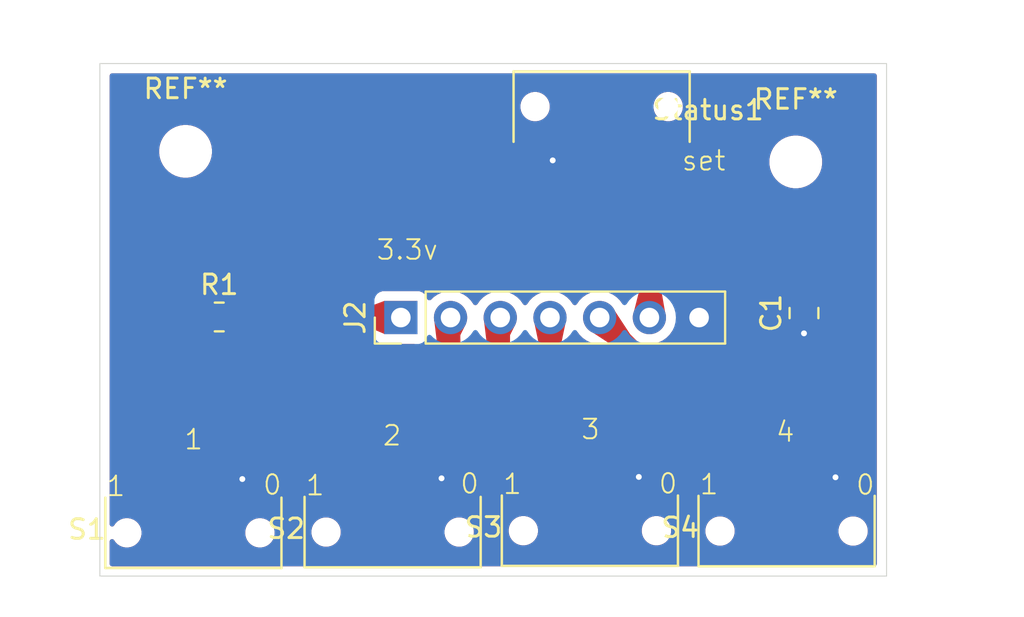
<source format=kicad_pcb>
(kicad_pcb (version 20240108) (generator "pcbnew") (generator_version "8.0")
  (layers (0 "F.Cu" signal) (31 "B.Cu" signal) (34 "B.Paste" user) (35 "F.Paste" user) (36 "B.SilkS" user "B.Silkscreen") (37 "F.SilkS" user "F.Silkscreen") (38 "B.Mask" user) (39 "F.Mask" user) (44 "Edge.Cuts" user))
  (net 0 "")
  (net 1 "Net-(J2-Pin_1)")
  (net 2 "Net-(J2-Pin_2)")
  (net 3 "Net-(J2-Pin_6)")
  (net 4 "Net-(J2-Pin_4)")
  (net 5 "Net-(J2-Pin_5)")
  (net 6 "Net-(J2-Pin_3)")
  (net 7 "GND")
  (net 8 "/3.3v")
  (footprint "MountingHole:MountingHole_2.2mm_M2" (layer "F.Cu") (at 127.67 60.76)
    (property "Reference" "REF**" (at 0 -3.2 0) (layer "F.SilkS"))
    (property "Value" "MountingHole_2.2mm_M2")
    (pad "" np_thru_hole circle (at 0 0) (size 2.2 2.2) (drill 2.2) (layers "*.Cu" "*.Mask"))
  )
  (footprint "Capacitor_SMD:C_0805_2012Metric_Pad1.18x1.45mm_HandSolder" (layer "F.Cu") (at 128.09 68.49 90)
    (property "Reference" "C1" (at 0 -1.68 90) (layer "F.SilkS"))
    (property "Value" "0.1μF")
    (fp_line (start -0.261252 -0.735) (end 0.261252 -0.735) (stroke (width 0.12)) (layer "F.SilkS"))
    (fp_line (start -0.261252 0.735) (end 0.261252 0.735) (stroke (width 0.12)) (layer "F.SilkS"))
    (pad "1" smd roundrect (at -1.0375 0 90) (size 1.175 1.45) (layers "F.Cu" "F.Paste" "F.Mask") (roundrect_rratio 0.212766) (net 7 "GND"))
    (pad "2" smd roundrect (at 1.0375 0 90) (size 1.175 1.45) (layers "F.Cu" "F.Paste" "F.Mask") (roundrect_rratio 0.212766) (net 8 "/3.3v"))
  )
  (footprint "Resistor_SMD:R_0805_2012Metric_Pad1.20x1.40mm_HandSolder" (layer "F.Cu") (at 98.21 68.69)
    (property "Reference" "R1" (at 0 -1.65 0) (layer "F.SilkS"))
    (property "Value" "2.2k")
    (fp_line (start -0.227064 -0.735) (end 0.227064 -0.735) (stroke (width 0.12)) (layer "F.SilkS"))
    (fp_line (start -0.227064 0.735) (end 0.227064 0.735) (stroke (width 0.12)) (layer "F.SilkS"))
    (pad "1" smd roundrect (at -1 0) (size 1.2 1.4) (layers "F.Cu" "F.Paste" "F.Mask") (roundrect_rratio 0.208333) (net 8 "/3.3v"))
    (pad "2" smd roundrect (at 1 0) (size 1.2 1.4) (layers "F.Cu" "F.Paste" "F.Mask") (roundrect_rratio 0.208333) (net 1 "Net-(J2-Pin_1)"))
  )
  (footprint "JS102011SAQN:SW_JS102011SAQN" (layer "F.Cu") (at 117.75 57.93175 180)
    (property "Reference" "Status1" (at -5.438995 -0.175125 0) (layer "F.SilkS") (effects (font (size 1.000732 1.000732))))
    (property "Value" "JS102011SAQN")
    (fp_line (start 4.5 -1.8) (end 4.5 1.8) (stroke (width 0.127)) (layer "F.SilkS"))
    (fp_line (start -4.5 1.8) (end 4.5 1.8) (stroke (width 0.127)) (layer "F.SilkS"))
    (fp_line (start -4.5 -1.8) (end -4.5 1.8) (stroke (width 0.127)) (layer "F.SilkS"))
    (pad "" np_thru_hole circle (at -3.4 0 180) (size 1 1) (drill 1) (layers "*.Cu" "*.Mask"))
    (pad "" np_thru_hole circle (at 3.4 0 180) (size 1 1) (drill 1) (layers "*.Cu" "*.Mask"))
    (pad "1" smd rect (at -2.5 -2.75 180) (size 1.2 2.5) (layers "F.Cu" "F.Paste" "F.Mask") (net 3 "Net-(J2-Pin_6)"))
    (pad "2" smd rect (at 0 -2.75 180) (size 1.2 2.5) (layers "F.Cu" "F.Paste" "F.Mask") (net 8 "/3.3v"))
    (pad "3" smd rect (at 2.5 -2.75 180) (size 1.2 2.5) (layers "F.Cu" "F.Paste" "F.Mask") (net 7 "GND"))
  )
  (footprint "JS102011SAQN:SW_JS102011SAQN" (layer "F.Cu") (at 107.07 79.69)
    (property "Reference" "S2" (at -5.438995 -0.175125 180) (layer "F.SilkS") (effects (font (size 1.000732 1.000732))))
    (property "Value" "JS102011SAQN")
    (fp_line (start -4.5 -1.8) (end -4.5 1.8) (stroke (width 0.127)) (layer "F.SilkS"))
    (fp_line (start -4.5 1.8) (end 4.5 1.8) (stroke (width 0.127)) (layer "F.SilkS"))
    (fp_line (start 4.5 -1.8) (end 4.5 1.8) (stroke (width 0.127)) (layer "F.SilkS"))
    (pad "" np_thru_hole circle (at -3.4 0) (size 1 1) (drill 1) (layers "*.Cu" "*.Mask"))
    (pad "" np_thru_hole circle (at 3.4 0) (size 1 1) (drill 1) (layers "*.Cu" "*.Mask"))
    (pad "1" smd rect (at -2.5 -2.75) (size 1.2 2.5) (layers "F.Cu" "F.Paste" "F.Mask") (net 6 "Net-(J2-Pin_3)"))
    (pad "2" smd rect (at 0 -2.75) (size 1.2 2.5) (layers "F.Cu" "F.Paste" "F.Mask") (net 8 "/3.3v"))
    (pad "3" smd rect (at 2.5 -2.75) (size 1.2 2.5) (layers "F.Cu" "F.Paste" "F.Mask") (net 7 "GND"))
  )
  (footprint "JS102011SAQN:SW_JS102011SAQN" (layer "F.Cu") (at 96.89 79.72825)
    (property "Reference" "S1" (at -5.438995 -0.175125 180) (layer "F.SilkS") (effects (font (size 1.000732 1.000732))))
    (property "Value" "JS102011SAQN")
    (fp_line (start -4.5 -1.8) (end -4.5 1.8) (stroke (width 0.127)) (layer "F.SilkS"))
    (fp_line (start -4.5 1.8) (end 4.5 1.8) (stroke (width 0.127)) (layer "F.SilkS"))
    (fp_line (start 4.5 -1.8) (end 4.5 1.8) (stroke (width 0.127)) (layer "F.SilkS"))
    (pad "" np_thru_hole circle (at -3.4 0) (size 1 1) (drill 1) (layers "*.Cu" "*.Mask"))
    (pad "" np_thru_hole circle (at 3.4 0) (size 1 1) (drill 1) (layers "*.Cu" "*.Mask"))
    (pad "1" smd rect (at -2.5 -2.75) (size 1.2 2.5) (layers "F.Cu" "F.Paste" "F.Mask") (net 2 "Net-(J2-Pin_2)"))
    (pad "2" smd rect (at 0 -2.75) (size 1.2 2.5) (layers "F.Cu" "F.Paste" "F.Mask") (net 8 "/3.3v"))
    (pad "3" smd rect (at 2.5 -2.75) (size 1.2 2.5) (layers "F.Cu" "F.Paste" "F.Mask") (net 7 "GND"))
  )
  (footprint "MountingHole:MountingHole_2.2mm_M2" (layer "F.Cu") (at 96.49 60.22)
    (property "Reference" "REF**" (at 0 -3.2 0) (layer "F.SilkS"))
    (property "Value" "MountingHole_2.2mm_M2")
    (pad "" np_thru_hole circle (at 0 0) (size 2.2 2.2) (drill 2.2) (layers "*.Cu" "*.Mask"))
  )
  (footprint "JS102011SAQN:SW_JS102011SAQN" (layer "F.Cu") (at 127.2 79.63825)
    (property "Reference" "S4" (at -5.438995 -0.175125 180) (layer "F.SilkS") (effects (font (size 1.000732 1.000732))))
    (property "Value" "JS102011SAQN")
    (fp_line (start -4.5 -1.8) (end -4.5 1.8) (stroke (width 0.127)) (layer "F.SilkS"))
    (fp_line (start -4.5 1.8) (end 4.5 1.8) (stroke (width 0.127)) (layer "F.SilkS"))
    (fp_line (start 4.5 -1.8) (end 4.5 1.8) (stroke (width 0.127)) (layer "F.SilkS"))
    (pad "" np_thru_hole circle (at -3.4 0) (size 1 1) (drill 1) (layers "*.Cu" "*.Mask"))
    (pad "" np_thru_hole circle (at 3.4 0) (size 1 1) (drill 1) (layers "*.Cu" "*.Mask"))
    (pad "1" smd rect (at -2.5 -2.75) (size 1.2 2.5) (layers "F.Cu" "F.Paste" "F.Mask") (net 5 "Net-(J2-Pin_5)"))
    (pad "2" smd rect (at 0 -2.75) (size 1.2 2.5) (layers "F.Cu" "F.Paste" "F.Mask") (net 8 "/3.3v"))
    (pad "3" smd rect (at 2.5 -2.75) (size 1.2 2.5) (layers "F.Cu" "F.Paste" "F.Mask") (net 7 "GND"))
  )
  (footprint "Connector_PinHeader_2.54mm:PinHeader_1x07_P2.54mm_Vertical" (layer "F.Cu") (at 107.49 68.72 90)
    (property "Reference" "J2" (at 0 -2.33 90) (layer "F.SilkS"))
    (property "Value" "Conn_01x07")
    (fp_line (start -1.33 -1.33) (end 0 -1.33) (stroke (width 0.12)) (layer "F.SilkS"))
    (fp_line (start -1.33 0) (end -1.33 -1.33) (stroke (width 0.12)) (layer "F.SilkS"))
    (fp_line (start 1.33 1.27) (end 1.33 16.57) (stroke (width 0.12)) (layer "F.SilkS"))
    (fp_line (start -1.33 1.27) (end 1.33 1.27) (stroke (width 0.12)) (layer "F.SilkS"))
    (fp_line (start -1.33 1.27) (end -1.33 16.57) (stroke (width 0.12)) (layer "F.SilkS"))
    (fp_line (start -1.33 16.57) (end 1.33 16.57) (stroke (width 0.12)) (layer "F.SilkS"))
    (pad "1" thru_hole rect (at 0 0 90) (size 1.7 1.7) (drill 1) (layers "*.Cu" "*.Mask") (net 1 "Net-(J2-Pin_1)"))
    (pad "2" thru_hole oval (at 0 2.54 90) (size 1.7 1.7) (drill 1) (layers "*.Cu" "*.Mask") (net 2 "Net-(J2-Pin_2)"))
    (pad "3" thru_hole oval (at 0 5.08 90) (size 1.7 1.7) (drill 1) (layers "*.Cu" "*.Mask") (net 6 "Net-(J2-Pin_3)"))
    (pad "4" thru_hole oval (at 0 7.62 90) (size 1.7 1.7) (drill 1) (layers "*.Cu" "*.Mask") (net 4 "Net-(J2-Pin_4)"))
    (pad "5" thru_hole oval (at 0 10.16 90) (size 1.7 1.7) (drill 1) (layers "*.Cu" "*.Mask") (net 5 "Net-(J2-Pin_5)"))
    (pad "6" thru_hole oval (at 0 12.7 90) (size 1.7 1.7) (drill 1) (layers "*.Cu" "*.Mask") (net 3 "Net-(J2-Pin_6)"))
    (pad "7" thru_hole oval (at 0 15.24 90) (size 1.7 1.7) (drill 1) (layers "*.Cu" "*.Mask") (net 7 "GND"))
  )
  (footprint "JS102011SAQN:SW_JS102011SAQN" (layer "F.Cu") (at 117.15 79.62)
    (property "Reference" "S3" (at -5.438995 -0.175125 180) (layer "F.SilkS") (effects (font (size 1.000732 1.000732))))
    (property "Value" "JS102011SAQN")
    (fp_line (start -4.5 -1.8) (end -4.5 1.8) (stroke (width 0.127)) (layer "F.SilkS"))
    (fp_line (start -4.5 1.8) (end 4.5 1.8) (stroke (width 0.127)) (layer "F.SilkS"))
    (fp_line (start 4.5 -1.8) (end 4.5 1.8) (stroke (width 0.127)) (layer "F.SilkS"))
    (pad "" np_thru_hole circle (at -3.4 0) (size 1 1) (drill 1) (layers "*.Cu" "*.Mask"))
    (pad "" np_thru_hole circle (at 3.4 0) (size 1 1) (drill 1) (layers "*.Cu" "*.Mask"))
    (pad "1" smd rect (at -2.5 -2.75) (size 1.2 2.5) (layers "F.Cu" "F.Paste" "F.Mask") (net 4 "Net-(J2-Pin_4)"))
    (pad "2" smd rect (at 0 -2.75) (size 1.2 2.5) (layers "F.Cu" "F.Paste" "F.Mask") (net 8 "/3.3v"))
    (pad "3" smd rect (at 2.5 -2.75) (size 1.2 2.5) (layers "F.Cu" "F.Paste" "F.Mask") (net 7 "GND"))
  )
  (gr_rect (start 92.11 55.73) (end 132.31 81.94) (stroke (width 0.05)) (fill none) (layer "Edge.Cuts"))
  (gr_text "set" (at 121.78 61.28 0) (layer "F.SilkS") (effects (font (size 1 1) (thickness 0.1)) (justify left bottom)))
  (gr_text "1" (at 96.36 75.54 0) (layer "F.SilkS") (effects (font (size 1 1) (thickness 0.1)) (justify left bottom)))
  (gr_text "1" (at 102.57 77.89 0) (layer "F.SilkS") (effects (font (size 1 1) (thickness 0.1)) (justify left bottom)))
  (gr_text "1" (at 92.39 77.92825 0) (layer "F.SilkS") (effects (font (size 1 1) (thickness 0.1)) (justify left bottom)))
  (gr_text "2" (at 106.5 75.34 0) (layer "F.SilkS") (effects (font (size 1 1) (thickness 0.1)) (justify left bottom)))
  (gr_text "0" (at 130.68 77.86 0) (layer "F.SilkS") (effects (font (size 1 1) (thickness 0.1)) (justify left bottom)))
  (gr_text "0" (at 110.46 77.8 0) (layer "F.SilkS") (effects (font (size 1 1) (thickness 0.1)) (justify left bottom)))
  (gr_text "1" (at 122.7 77.83825 0) (layer "F.SilkS") (effects (font (size 1 1) (thickness 0.1)) (justify left bottom)))
  (gr_text "1" (at 112.65 77.82 0) (layer "F.SilkS") (effects (font (size 1 1) (thickness 0.1)) (justify left bottom)))
  (gr_text "3.3v" (at 106.18 65.84 0) (layer "F.SilkS") (effects (font (size 1 1) (thickness 0.1)) (justify left bottom)))
  (gr_text "3" (at 116.64 75.02 0) (layer "F.SilkS") (effects (font (size 1 1) (thickness 0.1)) (justify left bottom)))
  (gr_text "0" (at 120.6 77.8 0) (layer "F.SilkS") (effects (font (size 1 1) (thickness 0.1)) (justify left bottom)))
  (gr_text "0" (at 100.38 77.86 0) (layer "F.SilkS") (effects (font (size 1 1) (thickness 0.1)) (justify left bottom)))
  (gr_text "4" (at 126.59 75.15 0) (layer "F.SilkS") (effects (font (size 1 1) (thickness 0.1)) (justify left bottom)))
  (segment (start 99.21 68.69) (end 107.46 68.69) (width 1) (layer "F.Cu") (net 1))
  (segment (start 107.46 68.69) (end 107.49 68.72) (width 1) (layer "F.Cu") (net 1))
  (segment (start 110.03 69.922081) (end 108.242081 71.71) (width 1) (layer "F.Cu") (net 2))
  (segment (start 110.03 68.72) (end 110.03 69.922081) (width 1) (layer "F.Cu") (net 2))
  (segment (start 99.00825 71.71) (end 94.39 76.32825) (width 1) (layer "F.Cu") (net 2))
  (segment (start 94.39 76.32825) (end 94.39 76.97825) (width 1) (layer "F.Cu") (net 2))
  (segment (start 108.242081 71.71) (end 99.00825 71.71) (width 1) (layer "F.Cu") (net 2))
  (segment (start 120.25 60.68175) (end 120.25 68.66) (width 1) (layer "F.Cu") (net 3))
  (segment (start 120.25 68.66) (end 120.19 68.72) (width 1) (layer "F.Cu") (net 3))
  (segment (start 115.11 72.59) (end 114.65 73.05) (width 1) (layer "F.Cu") (net 4))
  (segment (start 114.65 73.05) (end 114.65 76.87) (width 1) (layer "F.Cu") (net 4))
  (segment (start 115.11 68.72) (end 115.11 72.59) (width 1) (layer "F.Cu") (net 4))
  (segment (start 122.25 72.2) (end 124.7 74.65) (width 1) (layer "F.Cu") (net 5))
  (segment (start 124.7 74.65) (end 124.7 76.88825) (width 1) (layer "F.Cu") (net 5))
  (segment (start 121.13 72.2) (end 117.65 68.72) (width 1) (layer "F.Cu") (net 5))
  (segment (start 122.25 72.2) (end 121.13 72.2) (width 1) (layer "F.Cu") (net 5))
  (segment (start 106.53 73.11) (end 104.57 75.07) (width 1) (layer "F.Cu") (net 6))
  (segment (start 112.57 69.922081) (end 109.382081 73.11) (width 1) (layer "F.Cu") (net 6))
  (segment (start 112.57 68.72) (end 112.57 69.922081) (width 1) (layer "F.Cu") (net 6))
  (segment (start 104.57 75.07) (end 104.57 76.94) (width 1) (layer "F.Cu") (net 6))
  (segment (start 109.382081 73.11) (end 106.53 73.11) (width 1) (layer "F.Cu") (net 6))
  (via (at 128.09 69.5275) (size 1) (drill 0.3) (layers "F.Cu" "B.Cu") (net 7))
  (via (at 119.65 76.87) (size 1) (drill 0.3) (layers "F.Cu" "B.Cu") (net 7))
  (via (at 115.25 60.68175) (size 1) (drill 0.3) (layers "F.Cu" "B.Cu") (net 7))
  (via (at 109.57 76.94) (size 1) (drill 0.3) (layers "F.Cu" "B.Cu") (net 7))
  (via (at 99.39 76.97825) (size 1) (drill 0.3) (layers "F.Cu" "B.Cu") (net 7))
  (via (at 129.7 76.88825) (size 1) (drill 0.3) (layers "F.Cu" "B.Cu") (net 7))
  (zone (net 8) (net_name "/3.3v") (layer "F.Cu") (connect_pads yes (clearance 0.5)) (min_thickness 0.25) (fill yes (thermal_gap 0.5) (thermal_bridge_width 0.5))
    (polygon (pts (xy 91.81 55.57) (xy 92.14 81.9) (xy 132.28 81.95) (xy 132.34 55.64)))
  )
  (zone (net 7) (net_name "GND") (layer "B.Cu") (priority 1) (connect_pads yes (clearance 0.5)) (min_thickness 0.25) (fill yes (thermal_gap 0.5) (thermal_bridge_width 0.5))
    (polygon (pts (xy 90.8 54.74) (xy 90.44 83.43) (xy 139.34 84.03) (xy 136.5 54.12) (xy 97.32 52.48)))
  )
)
</source>
